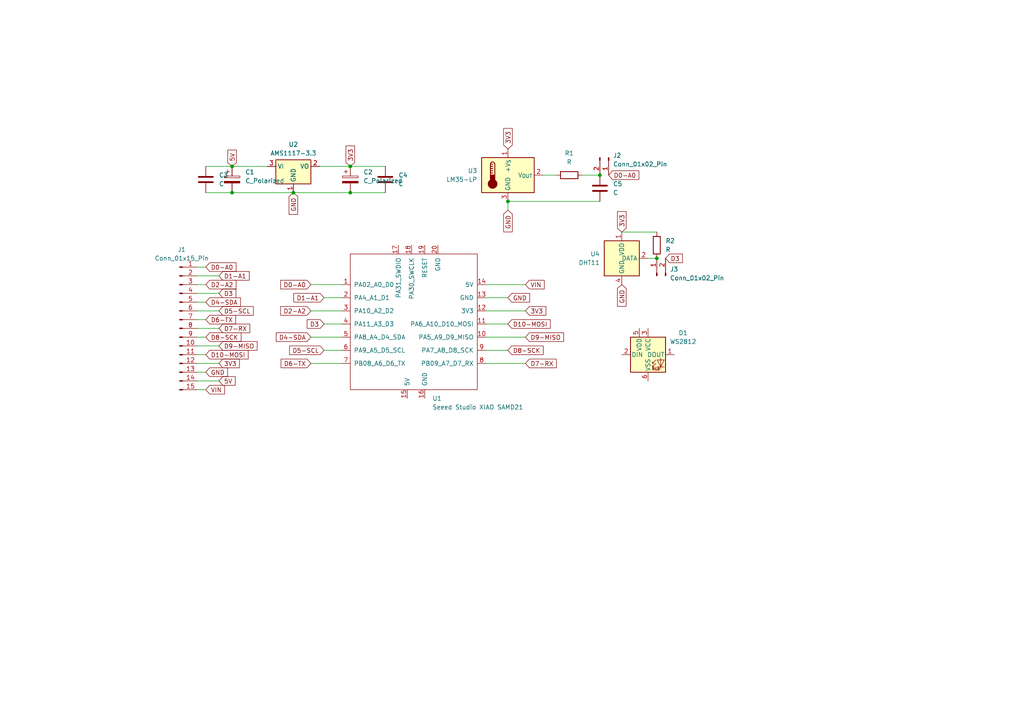
<source format=kicad_sch>
(kicad_sch (version 20231120) (generator "eeschema") (generator_version "8.0")
  (paper "A4")
  (lib_symbols
    (symbol "Connector:Conn_01x02_Pin" (pin_names (offset 1.016) hide)
      (property "Reference" "J" (at 0 2.54 0))
      (property "Value" "Conn_01x02_Pin" (at 0 -5.08 0))
      (symbol "Conn_01x02_Pin_1_1"
        (polyline (pts (xy 1.27 -2.54) (xy 0.8636 -2.54)) (stroke (width 0.1524)))
        (polyline (pts (xy 1.27 0) (xy 0.8636 0)) (stroke (width 0.1524)))
        (rectangle (start 0.8636 -2.413) (end 0 -2.667) (stroke (width 0.1524)) (fill (type outline)))
        (rectangle (start 0.8636 0.127) (end 0 -0.127) (stroke (width 0.1524)) (fill (type outline)))
        (pin passive line (at 5.08 0 180) (length 3.81) (name "Pin_1") (number "1"))
        (pin passive line (at 5.08 -2.54 180) (length 3.81) (name "Pin_2") (number "2"))
      )
    )
    (symbol "Connector:Conn_01x15_Pin" (pin_names (offset 1.016) hide)
      (property "Reference" "J" (at 0 20.32 0))
      (property "Value" "Conn_01x15_Pin" (at 0 -20.32 0))
      (symbol "Conn_01x15_Pin_1_1"
        (polyline (pts (xy 1.27 -17.78) (xy 0.8636 -17.78)) (stroke (width 0.1524)))
        (polyline (pts (xy 1.27 -15.24) (xy 0.8636 -15.24)) (stroke (width 0.1524)))
        (polyline (pts (xy 1.27 -12.7) (xy 0.8636 -12.7)) (stroke (width 0.1524)))
        (polyline (pts (xy 1.27 -10.16) (xy 0.8636 -10.16)) (stroke (width 0.1524)))
        (polyline (pts (xy 1.27 -7.62) (xy 0.8636 -7.62)) (stroke (width 0.1524)))
        (polyline (pts (xy 1.27 -5.08) (xy 0.8636 -5.08)) (stroke (width 0.1524)))
        (polyline (pts (xy 1.27 -2.54) (xy 0.8636 -2.54)) (stroke (width 0.1524)))
        (polyline (pts (xy 1.27 0) (xy 0.8636 0)) (stroke (width 0.1524)))
        (polyline (pts (xy 1.27 2.54) (xy 0.8636 2.54)) (stroke (width 0.1524)))
        (polyline (pts (xy 1.27 5.08) (xy 0.8636 5.08)) (stroke (width 0.1524)))
        (polyline (pts (xy 1.27 7.62) (xy 0.8636 7.62)) (stroke (width 0.1524)))
        (polyline (pts (xy 1.27 10.16) (xy 0.8636 10.16)) (stroke (width 0.1524)))
        (polyline (pts (xy 1.27 12.7) (xy 0.8636 12.7)) (stroke (width 0.1524)))
        (polyline (pts (xy 1.27 15.24) (xy 0.8636 15.24)) (stroke (width 0.1524)))
        (polyline (pts (xy 1.27 17.78) (xy 0.8636 17.78)) (stroke (width 0.1524)))
        (rectangle (start 0.8636 -17.653) (end 0 -17.907) (stroke (width 0.1524)) (fill (type outline)))
        (rectangle (start 0.8636 -15.113) (end 0 -15.367) (stroke (width 0.1524)) (fill (type outline)))
        (rectangle (start 0.8636 -12.573) (end 0 -12.827) (stroke (width 0.1524)) (fill (type outline)))
        (rectangle (start 0.8636 -10.033) (end 0 -10.287) (stroke (width 0.1524)) (fill (type outline)))
        (rectangle (start 0.8636 -7.493) (end 0 -7.747) (stroke (width 0.1524)) (fill (type outline)))
        (rectangle (start 0.8636 -4.953) (end 0 -5.207) (stroke (width 0.1524)) (fill (type outline)))
        (rectangle (start 0.8636 -2.413) (end 0 -2.667) (stroke (width 0.1524)) (fill (type outline)))
        (rectangle (start 0.8636 0.127) (end 0 -0.127) (stroke (width 0.1524)) (fill (type outline)))
        (rectangle (start 0.8636 2.667) (end 0 2.413) (stroke (width 0.1524)) (fill (type outline)))
        (rectangle (start 0.8636 5.207) (end 0 4.953) (stroke (width 0.1524)) (fill (type outline)))
        (rectangle (start 0.8636 7.747) (end 0 7.493) (stroke (width 0.1524)) (fill (type outline)))
        (rectangle (start 0.8636 10.287) (end 0 10.033) (stroke (width 0.1524)) (fill (type outline)))
        (rectangle (start 0.8636 12.827) (end 0 12.573) (stroke (width 0.1524)) (fill (type outline)))
        (rectangle (start 0.8636 15.367) (end 0 15.113) (stroke (width 0.1524)) (fill (type outline)))
        (rectangle (start 0.8636 17.907) (end 0 17.653) (stroke (width 0.1524)) (fill (type outline)))
        (pin passive line (at 5.08 17.78 180) (length 3.81) (name "Pin_1") (number "1"))
        (pin passive line (at 5.08 -5.08 180) (length 3.81) (name "Pin_10") (number "10"))
        (pin passive line (at 5.08 -7.62 180) (length 3.81) (name "Pin_11") (number "11"))
        (pin passive line (at 5.08 -10.16 180) (length 3.81) (name "Pin_12") (number "12"))
        (pin passive line (at 5.08 -12.7 180) (length 3.81) (name "Pin_13") (number "13"))
        (pin passive line (at 5.08 -15.24 180) (length 3.81) (name "Pin_14") (number "14"))
        (pin passive line (at 5.08 -17.78 180) (length 3.81) (name "Pin_15") (number "15"))
        (pin passive line (at 5.08 15.24 180) (length 3.81) (name "Pin_2") (number "2"))
        (pin passive line (at 5.08 12.7 180) (length 3.81) (name "Pin_3") (number "3"))
        (pin passive line (at 5.08 10.16 180) (length 3.81) (name "Pin_4") (number "4"))
        (pin passive line (at 5.08 7.62 180) (length 3.81) (name "Pin_5") (number "5"))
        (pin passive line (at 5.08 5.08 180) (length 3.81) (name "Pin_6") (number "6"))
        (pin passive line (at 5.08 2.54 180) (length 3.81) (name "Pin_7") (number "7"))
        (pin passive line (at 5.08 0 180) (length 3.81) (name "Pin_8") (number "8"))
        (pin passive line (at 5.08 -2.54 180) (length 3.81) (name "Pin_9") (number "9"))
      )
    )
    (symbol "Device:C" (pin_numbers hide) (pin_names (offset 0.254))
      (property "Reference" "C" (at 0.635 2.54 0))
      (property "Value" "C" (at 0.635 -2.54 0))
      (symbol "C_0_1"
        (polyline (pts (xy -2.032 -0.762) (xy 2.032 -0.762)) (stroke (width 0.508)))
        (polyline (pts (xy -2.032 0.762) (xy 2.032 0.762)) (stroke (width 0.508)))
      )
      (symbol "C_1_1"
        (pin passive line (at 0 3.81 270) (length 2.794) (name "~") (number "1"))
        (pin passive line (at 0 -3.81 90) (length 2.794) (name "~") (number "2"))
      )
    )
    (symbol "Device:C_Polarized" (pin_numbers hide) (pin_names (offset 0.254))
      (property "Reference" "C" (at 0.635 2.54 0))
      (property "Value" "C_Polarized" (at 0.635 -2.54 0))
      (symbol "C_Polarized_0_1"
        (rectangle (start -2.286 0.508) (end 2.286 1.016))
        (polyline (pts (xy -1.778 2.286) (xy -0.762 2.286)))
        (polyline (pts (xy -1.27 2.794) (xy -1.27 1.778)))
        (rectangle (start 2.286 -0.508) (end -2.286 -1.016) (fill (type outline)))
      )
      (symbol "C_Polarized_1_1"
        (pin passive line (at 0 3.81 270) (length 2.794) (name "~") (number "1"))
        (pin passive line (at 0 -3.81 90) (length 2.794) (name "~") (number "2"))
      )
    )
    (symbol "Device:R" (pin_numbers hide) (pin_names (offset 0))
      (property "Reference" "R" (at 2.032 0 90))
      (property "Value" "R" (at 0 0 90))
      (symbol "R_0_1"
        (rectangle (start -1.016 -2.54) (end 1.016 2.54) (stroke (width 0.254)))
      )
      (symbol "R_1_1"
        (pin passive line (at 0 3.81 270) (length 1.27) (name "~") (number "1"))
        (pin passive line (at 0 -3.81 90) (length 1.27) (name "~") (number "2"))
      )
    )
    (symbol "LED:WS2812" (pin_names (offset 0.254))
      (property "Reference" "D" (at 5.08 5.715 0))
      (property "Value" "WS2812" (at 1.27 -5.715 0))
      (symbol "WS2812_0_0"
        (text "RGB" (at 2.286 -4.191 0) (effects (font (size 0.762 0.762))))
      )
      (symbol "WS2812_0_1"
        (polyline (pts (xy 1.27 -3.556) (xy 1.778 -3.556)))
        (polyline (pts (xy 1.27 -2.54) (xy 1.778 -2.54)))
        (polyline (pts (xy 4.699 -3.556) (xy 2.667 -3.556)))
        (polyline (pts (xy 2.286 -2.54) (xy 1.27 -3.556) (xy 1.27 -3.048)))
        (polyline (pts (xy 2.286 -1.524) (xy 1.27 -2.54) (xy 1.27 -2.032)))
        (polyline (pts (xy 3.683 -1.016) (xy 3.683 -3.556) (xy 3.683 -4.064)))
        (polyline (pts (xy 4.699 -1.524) (xy 2.667 -1.524) (xy 3.683 -3.556) (xy 4.699 -1.524)))
        (rectangle (start 5.08 5.08) (end -5.08 -5.08) (stroke (width 0.254)) (fill (type background)))
      )
      (symbol "WS2812_1_1"
        (pin output line (at 7.62 0 180) (length 2.54) (name "DOUT") (number "1"))
        (pin input line (at -7.62 0 0) (length 2.54) (name "DIN") (number "2"))
        (pin power_in line (at 0 7.62 270) (length 2.54) (name "VCC") (number "3"))
        (pin no_connect line (at 5.08 2.54 180) (length 2.54) hide (name "NC") (number "4"))
        (pin power_in line (at -2.54 7.62 270) (length 2.54) (name "VDD") (number "5"))
        (pin power_in line (at 0 -7.62 90) (length 2.54) (name "VSS") (number "6"))
      )
    )
    (symbol "Regulator_Linear:AMS1117-3.3"
      (property "Reference" "U" (at -3.81 3.175 0))
      (property "Value" "AMS1117-3.3" (at 0 3.175 0))
      (symbol "AMS1117-3.3_0_1"
        (rectangle (start -5.08 -5.08) (end 5.08 1.905) (stroke (width 0.254)) (fill (type background)))
      )
      (symbol "AMS1117-3.3_1_1"
        (pin power_in line (at 0 -7.62 90) (length 2.54) (name "GND") (number "1"))
        (pin power_out line (at 7.62 0 180) (length 2.54) (name "VO") (number "2"))
        (pin power_in line (at -7.62 0 0) (length 2.54) (name "VI") (number "3"))
      )
    )
    (symbol "Seeed_Studio_XIAO_Series:Seeed Studio XIAO SAMD21" (pin_names (offset 1.016))
      (property "Reference" "U" (at -19.05 22.86 0))
      (property "Value" "Seeed Studio XIAO SAMD21" (at -12.7 21.59 0))
      (symbol "Seeed Studio XIAO SAMD21_0_1"
        (rectangle (start -19.05 20.32) (end 17.78 -19.05))
      )
      (symbol "Seeed Studio XIAO SAMD21_1_1"
        (pin unspecified line (at -21.59 11.43 0) (length 2.54) (name "PA02_A0_D0") (number "1"))
        (pin unspecified line (at 20.32 -3.81 180) (length 2.54) (name "PA5_A9_D9_MISO") (number "10"))
        (pin unspecified line (at 20.32 0 180) (length 2.54) (name "PA6_A10_D10_MOSI") (number "11"))
        (pin unspecified line (at 20.32 3.81 180) (length 2.54) (name "3V3") (number "12"))
        (pin unspecified line (at 20.32 7.62 180) (length 2.54) (name "GND") (number "13"))
        (pin unspecified line (at 20.32 11.43 180) (length 2.54) (name "5V") (number "14"))
        (pin input line (at -2.54 -21.59 90) (length 2.54) (name "5V") (number "15"))
        (pin input line (at 2.54 -21.59 90) (length 2.54) (name "GND") (number "16"))
        (pin input line (at -5.08 22.86 270) (length 2.54) (name "PA31_SWDIO") (number "17"))
        (pin input line (at -1.27 22.86 270) (length 2.54) (name "PA30_SWCLK") (number "18"))
        (pin input line (at 2.54 22.86 270) (length 2.54) (name "RESET") (number "19"))
        (pin unspecified line (at -21.59 7.62 0) (length 2.54) (name "PA4_A1_D1") (number "2"))
        (pin input line (at 6.35 22.86 270) (length 2.54) (name "GND") (number "20"))
        (pin unspecified line (at -21.59 3.81 0) (length 2.54) (name "PA10_A2_D2") (number "3"))
        (pin unspecified line (at -21.59 0 0) (length 2.54) (name "PA11_A3_D3") (number "4"))
        (pin unspecified line (at -21.59 -3.81 0) (length 2.54) (name "PA8_A4_D4_SDA") (number "5"))
        (pin unspecified line (at -21.59 -7.62 0) (length 2.54) (name "PA9_A5_D5_SCL") (number "6"))
        (pin unspecified line (at -21.59 -11.43 0) (length 2.54) (name "PB08_A6_D6_TX") (number "7"))
        (pin unspecified line (at 20.32 -11.43 180) (length 2.54) (name "PB09_A7_D7_RX") (number "8"))
        (pin unspecified line (at 20.32 -7.62 180) (length 2.54) (name "PA7_A8_D8_SCK") (number "9"))
      )
    )
    (symbol "Sensor:DHT11"
      (property "Reference" "U" (at -3.81 6.35 0))
      (property "Value" "DHT11" (at 3.81 6.35 0))
      (symbol "DHT11_0_1"
        (rectangle (start -5.08 5.08) (end 5.08 -5.08) (stroke (width 0.254)) (fill (type background)))
      )
      (symbol "DHT11_1_1"
        (pin power_in line (at 0 7.62 270) (length 2.54) (name "VDD") (number "1"))
        (pin bidirectional line (at 7.62 0 180) (length 2.54) (name "DATA") (number "2"))
        (pin no_connect line (at -5.08 0 0) (length 2.54) hide (name "NC") (number "3"))
        (pin power_in line (at 0 -7.62 90) (length 2.54) (name "GND") (number "4"))
      )
    )
    (symbol "Sensor_Temperature:LM35-LP"
      (property "Reference" "U" (at -6.35 6.35 0))
      (property "Value" "LM35-LP" (at 1.27 6.35 0))
      (symbol "LM35-LP_0_1"
        (rectangle (start -7.62 5.08) (end 7.62 -5.08) (stroke (width 0.254)) (fill (type background)))
        (circle (center -4.445 -2.54) (radius 1.27) (stroke (width 0.254)) (fill (type outline)))
        (rectangle (start -3.81 -1.905) (end -5.08 0) (stroke (width 0.254)) (fill (type outline)))
        (arc (start -3.81 3.175) (mid -4.445 3.8073) (end -5.08 3.175) (stroke (width 0.254)))
        (polyline (pts (xy -5.08 0.635) (xy -4.445 0.635)) (stroke (width 0.254)))
        (polyline (pts (xy -5.08 1.27) (xy -4.445 1.27)) (stroke (width 0.254)))
        (polyline (pts (xy -5.08 1.905) (xy -4.445 1.905)) (stroke (width 0.254)))
        (polyline (pts (xy -5.08 2.54) (xy -4.445 2.54)) (stroke (width 0.254)))
        (polyline (pts (xy -5.08 3.175) (xy -5.08 0)) (stroke (width 0.254)))
        (polyline (pts (xy -5.08 3.175) (xy -4.445 3.175)) (stroke (width 0.254)))
        (polyline (pts (xy -3.81 3.175) (xy -3.81 0)) (stroke (width 0.254)))
      )
      (symbol "LM35-LP_1_1"
        (pin power_in line (at 0 7.62 270) (length 2.54) (name "+V_{S}") (number "1"))
        (pin output line (at 10.16 0 180) (length 2.54) (name "V_{OUT}") (number "2"))
        (pin power_in line (at 0 -7.62 90) (length 2.54) (name "GND") (number "3"))
      )
    )
  )
  (junction (at 101.6 55.88))
  (junction (at 190.5 74.93))
  (junction (at 147.32 58.42))
  (junction (at 173.99 50.8))
  (junction (at 101.6 48.26))
  (junction (at 67.31 48.26))
  (junction (at 67.31 55.88))
  (junction (at 85.09 55.88))
  (wire (pts (xy 93.98 93.98) (xy 99.06 93.98)))
  (wire (pts (xy 57.15 107.95) (xy 59.69 107.95)))
  (wire (pts (xy 101.6 48.26) (xy 111.76 48.26)))
  (wire (pts (xy 57.15 95.25) (xy 63.5 95.25)))
  (wire (pts (xy 101.6 55.88) (xy 111.76 55.88)))
  (wire (pts (xy 140.97 97.79) (xy 152.4 97.79)))
  (wire (pts (xy 147.32 58.42) (xy 173.99 58.42)))
  (wire (pts (xy 187.96 74.93) (xy 190.5 74.93)))
  (wire (pts (xy 90.17 105.41) (xy 99.06 105.41)))
  (wire (pts (xy 140.97 93.98) (xy 147.32 93.98)))
  (wire (pts (xy 90.17 97.79) (xy 99.06 97.79)))
  (wire (pts (xy 168.91 50.8) (xy 173.99 50.8)))
  (wire (pts (xy 57.15 77.47) (xy 59.69 77.47)))
  (wire (pts (xy 93.98 86.36) (xy 99.06 86.36)))
  (wire (pts (xy 57.15 102.87) (xy 59.69 102.87)))
  (wire (pts (xy 57.15 87.63) (xy 59.69 87.63)))
  (wire (pts (xy 140.97 86.36) (xy 147.32 86.36)))
  (wire (pts (xy 180.34 67.31) (xy 190.5 67.31)))
  (wire (pts (xy 67.31 48.26) (xy 77.47 48.26)))
  (wire (pts (xy 157.48 50.8) (xy 161.29 50.8)))
  (wire (pts (xy 140.97 101.6) (xy 147.32 101.6)))
  (wire (pts (xy 92.71 48.26) (xy 101.6 48.26)))
  (wire (pts (xy 147.32 60.96) (xy 147.32 58.42)))
  (wire (pts (xy 57.15 100.33) (xy 63.5 100.33)))
  (wire (pts (xy 57.15 105.41) (xy 63.5 105.41)))
  (wire (pts (xy 57.15 90.17) (xy 63.5 90.17)))
  (wire (pts (xy 93.98 101.6) (xy 99.06 101.6)))
  (wire (pts (xy 85.09 55.88) (xy 101.6 55.88)))
  (wire (pts (xy 57.15 97.79) (xy 59.69 97.79)))
  (wire (pts (xy 59.69 55.88) (xy 67.31 55.88)))
  (wire (pts (xy 140.97 82.55) (xy 152.4 82.55)))
  (wire (pts (xy 57.15 110.49) (xy 63.5 110.49)))
  (wire (pts (xy 57.15 113.03) (xy 59.69 113.03)))
  (wire (pts (xy 57.15 92.71) (xy 59.69 92.71)))
  (wire (pts (xy 90.17 90.17) (xy 99.06 90.17)))
  (wire (pts (xy 140.97 105.41) (xy 152.4 105.41)))
  (wire (pts (xy 140.97 90.17) (xy 152.4 90.17)))
  (wire (pts (xy 90.17 82.55) (xy 99.06 82.55)))
  (wire (pts (xy 57.15 82.55) (xy 59.69 82.55)))
  (wire (pts (xy 57.15 80.01) (xy 63.5 80.01)))
  (wire (pts (xy 57.15 85.09) (xy 63.5 85.09)))
  (wire (pts (xy 67.31 55.88) (xy 85.09 55.88)))
  (wire (pts (xy 59.69 48.26) (xy 67.31 48.26)))
  (global_label "3V3" (shape input) (at 101.6 48.26 90) (property "Intersheetrefs" "${INTERSHEET_REFS}" (effects (hide yes))))
  (global_label "GND" (shape input) (at 147.32 60.96 270) (property "Intersheetrefs" "${INTERSHEET_REFS}" (effects (hide yes))))
  (global_label "D6-TX" (shape input) (at 59.69 92.71 0) (property "Intersheetrefs" "${INTERSHEET_REFS}" (effects (hide yes))))
  (global_label "D2-A2" (shape input) (at 59.69 82.55 0) (property "Intersheetrefs" "${INTERSHEET_REFS}" (effects (hide yes))))
  (global_label "D4-SDA" (shape input) (at 90.17 97.79 180) (property "Intersheetrefs" "${INTERSHEET_REFS}" (effects (hide yes))))
  (global_label "D8-SCK" (shape input) (at 147.32 101.6 0) (property "Intersheetrefs" "${INTERSHEET_REFS}" (effects (hide yes))))
  (global_label "D10-MOSI" (shape input) (at 147.32 93.98 0) (property "Intersheetrefs" "${INTERSHEET_REFS}" (effects (hide yes))))
  (global_label "D5-SCL" (shape input) (at 63.5 90.17 0) (property "Intersheetrefs" "${INTERSHEET_REFS}" (effects (hide yes))))
  (global_label "D0-A0" (shape input) (at 59.69 77.47 0) (property "Intersheetrefs" "${INTERSHEET_REFS}" (effects (hide yes))))
  (global_label "5V" (shape input) (at 63.5 110.49 0) (property "Intersheetrefs" "${INTERSHEET_REFS}" (effects (hide yes))))
  (global_label "D6-TX" (shape input) (at 90.17 105.41 180) (property "Intersheetrefs" "${INTERSHEET_REFS}" (effects (hide yes))))
  (global_label "D1-A1" (shape input) (at 93.98 86.36 180) (property "Intersheetrefs" "${INTERSHEET_REFS}" (effects (hide yes))))
  (global_label "GND" (shape input) (at 147.32 86.36 0) (property "Intersheetrefs" "${INTERSHEET_REFS}" (effects (hide yes))))
  (global_label "5V" (shape input) (at 67.31 48.26 90) (property "Intersheetrefs" "${INTERSHEET_REFS}" (effects (hide yes))))
  (global_label "D3" (shape input) (at 93.98 93.98 180) (property "Intersheetrefs" "${INTERSHEET_REFS}" (effects (hide yes))))
  (global_label "D4-SDA" (shape input) (at 59.69 87.63 0) (property "Intersheetrefs" "${INTERSHEET_REFS}" (effects (hide yes))))
  (global_label "D8-SCK" (shape input) (at 59.69 97.79 0) (property "Intersheetrefs" "${INTERSHEET_REFS}" (effects (hide yes))))
  (global_label "GND" (shape input) (at 85.09 55.88 270) (property "Intersheetrefs" "${INTERSHEET_REFS}" (effects (hide yes))))
  (global_label "D0-A0" (shape input) (at 90.17 82.55 180) (property "Intersheetrefs" "${INTERSHEET_REFS}" (effects (hide yes))))
  (global_label "D3" (shape input) (at 193.04 74.93 0) (property "Intersheetrefs" "${INTERSHEET_REFS}" (effects (hide yes))))
  (global_label "VIN" (shape input) (at 59.69 113.03 0) (property "Intersheetrefs" "${INTERSHEET_REFS}" (effects (hide yes))))
  (global_label "D7-RX" (shape input) (at 63.5 95.25 0) (property "Intersheetrefs" "${INTERSHEET_REFS}" (effects (hide yes))))
  (global_label "D1-A1" (shape input) (at 63.5 80.01 0) (property "Intersheetrefs" "${INTERSHEET_REFS}" (effects (hide yes))))
  (global_label "D5-SCL" (shape input) (at 93.98 101.6 180) (property "Intersheetrefs" "${INTERSHEET_REFS}" (effects (hide yes))))
  (global_label "D9-MISO" (shape input) (at 63.5 100.33 0) (property "Intersheetrefs" "${INTERSHEET_REFS}" (effects (hide yes))))
  (global_label "D7-RX" (shape input) (at 152.4 105.41 0) (property "Intersheetrefs" "${INTERSHEET_REFS}" (effects (hide yes))))
  (global_label "D2-A2" (shape input) (at 90.17 90.17 180) (property "Intersheetrefs" "${INTERSHEET_REFS}" (effects (hide yes))))
  (global_label "3V3" (shape input) (at 152.4 90.17 0) (property "Intersheetrefs" "${INTERSHEET_REFS}" (effects (hide yes))))
  (global_label "D10-MOSI" (shape input) (at 59.69 102.87 0) (property "Intersheetrefs" "${INTERSHEET_REFS}" (effects (hide yes))))
  (global_label "GND" (shape input) (at 180.34 82.55 270) (property "Intersheetrefs" "${INTERSHEET_REFS}" (effects (hide yes))))
  (global_label "3V3" (shape input) (at 147.32 43.18 90) (property "Intersheetrefs" "${INTERSHEET_REFS}" (effects (hide yes))))
  (global_label "D9-MISO" (shape input) (at 152.4 97.79 0) (property "Intersheetrefs" "${INTERSHEET_REFS}" (effects (hide yes))))
  (global_label "D0-A0" (shape input) (at 176.53 50.8 0) (property "Intersheetrefs" "${INTERSHEET_REFS}" (effects (hide yes))))
  (global_label "VIN" (shape input) (at 152.4 82.55 0) (property "Intersheetrefs" "${INTERSHEET_REFS}" (effects (hide yes))))
  (global_label "D3" (shape input) (at 63.5 85.09 0) (property "Intersheetrefs" "${INTERSHEET_REFS}" (effects (hide yes))))
  (global_label "3V3" (shape input) (at 63.5 105.41 0) (property "Intersheetrefs" "${INTERSHEET_REFS}" (effects (hide yes))))
  (global_label "GND" (shape input) (at 59.69 107.95 0) (property "Intersheetrefs" "${INTERSHEET_REFS}" (effects (hide yes))))
  (global_label "3V3" (shape input) (at 180.34 67.31 90) (property "Intersheetrefs" "${INTERSHEET_REFS}" (effects (hide yes))))
  (symbol (lib_id "Seeed_Studio_XIAO_Series:Seeed Studio XIAO SAMD21") (at 120.65 93.98 0) (unit 1)
    (property "Reference" "U1" (at 125.3841 115.57 0) (effects (justify left)))
    (property "Value" "Seeed Studio XIAO SAMD21" (at 125.3841 118.11 0) (effects (justify left)))
    (property "Footprint" "XIAO:Seeeduino XIAO-MOUDLE14P-2.54-21X17.8MM" (effects (hide yes)))
  )
  (symbol (lib_id "Device:C") (at 111.76 52.07 0) (unit 1)
    (property "Reference" "C4" (at 115.57 50.7999 0) (effects (justify left)))
    (property "Value" "C" (at 115.57 53.3399 0) (effects (justify left)))
    (property "Footprint" "Capacitor_SMD:C_0805_2012Metric" (effects (hide yes)))
    (property "Description" "Unpolarized capacitor" (effects (hide yes)))
  )
  (symbol (lib_id "Sensor:DHT11") (at 180.34 74.93 0) (unit 1)
    (property "Reference" "U4" (at 173.99 73.6599 0) (effects (justify right)))
    (property "Value" "DHT11" (at 173.99 76.1999 0) (effects (justify right)))
    (property "Footprint" "Sensor:Aosong_DHT11_5.5x12.0_P2.54mm" (effects (hide yes)))
    (property "Datasheet" "http://akizukidenshi.com/download/ds/aosong/DHT11.pdf" (effects (hide yes)))
    (property "Description" "3.3V to 5.5V, temperature and humidity module, DHT11" (effects (hide yes)))
  )
  (symbol (lib_id "Device:R") (at 190.5 71.12 180) (unit 1)
    (property "Reference" "R2" (at 193.04 69.8499 0) (effects (justify right)))
    (property "Value" "R" (at 193.04 72.3899 0) (effects (justify right)))
    (property "Footprint" "Resistor_SMD:R_0805_2012Metric" (effects (hide yes)))
    (property "Description" "Resistor" (effects (hide yes)))
  )
  (symbol (lib_id "Connector:Conn_01x02_Pin") (at 190.5 80.01 90) (unit 1)
    (property "Reference" "J3" (at 194.31 78.1049 90) (effects (justify right)))
    (property "Value" "Conn_01x02_Pin" (at 194.31 80.6449 90) (effects (justify right)))
    (property "Footprint" "Connector_PinHeader_2.54mm:PinHeader_1x02_P2.54mm_Vertical" (effects (hide yes)))
    (property "Description" "Generic connector, single row, 01x02, script generated" (effects (hide yes)))
  )
  (symbol (lib_id "Sensor_Temperature:LM35-LP") (at 147.32 50.8 0) (unit 1)
    (property "Reference" "U3" (at 138.43 49.5299 0) (effects (justify right)))
    (property "Value" "LM35-LP" (at 138.43 52.0699 0) (effects (justify right)))
    (property "Footprint" "Package_TO_SOT_THT:TO-92_Inline" (effects (hide yes)))
    (property "Datasheet" "http://www.ti.com/lit/ds/symlink/lm35.pdf" (effects (hide yes)))
    (property "Description" "Precision centigrade temperature sensor, TO-92" (effects (hide yes)))
  )
  (symbol (lib_id "Connector:Conn_01x02_Pin") (at 176.53 45.72 270) (unit 1)
    (property "Reference" "J2" (at 177.8 45.0849 90) (effects (justify left)))
    (property "Value" "Conn_01x02_Pin" (at 177.8 47.6249 90) (effects (justify left)))
    (property "Footprint" "Connector_PinHeader_2.54mm:PinHeader_1x02_P2.54mm_Vertical" (effects (hide yes)))
    (property "Description" "Generic connector, single row, 01x02, script generated" (effects (hide yes)))
  )
  (symbol (lib_id "Device:C_Polarized") (at 101.6 52.07 0) (unit 1)
    (property "Reference" "C2" (at 105.41 49.9109 0) (effects (justify left)))
    (property "Value" "C_Polarized" (at 105.41 52.4509 0) (effects (justify left)))
    (property "Footprint" "Capacitor_SMD:CP_Elec_4x5.4" (effects (hide yes)))
    (property "Description" "Polarized capacitor" (effects (hide yes)))
  )
  (symbol (lib_id "Device:C") (at 173.99 54.61 0) (unit 1)
    (property "Reference" "C5" (at 177.8 53.3399 0) (effects (justify left)))
    (property "Value" "C" (at 177.8 55.8799 0) (effects (justify left)))
    (property "Footprint" "Capacitor_SMD:C_0805_2012Metric" (effects (hide yes)))
    (property "Description" "Unpolarized capacitor" (effects (hide yes)))
  )
  (symbol (lib_id "LED:WS2812") (at 187.96 102.87 0) (unit 1)
    (property "Reference" "D1" (at 198.12 96.5514 0))
    (property "Value" "WS2812" (at 198.12 99.0914 0))
    (property "Footprint" "LED_SMD:LED_WS2812_PLCC6_5.0x5.0mm_P1.6mm" (effects (hide yes)))
    (property "Datasheet" "https://cdn-shop.adafruit.com/datasheets/WS2812.pdf" (effects (hide yes)))
    (property "Description" "RGB LED with integrated controller" (effects (hide yes)))
  )
  (symbol (lib_id "Connector:Conn_01x15_Pin") (at 52.07 95.25 0) (unit 1)
    (property "Reference" "J1" (at 52.705 72.39 0))
    (property "Value" "Conn_01x15_Pin" (at 52.705 74.93 0))
    (property "Footprint" "Connector_PinHeader_2.54mm:PinHeader_1x15_P2.54mm_Vertical" (effects (hide yes)))
    (property "Description" "Generic connector, single row, 01x15, script generated" (effects (hide yes)))
  )
  (symbol (lib_id "Device:R") (at 165.1 50.8 90) (unit 1)
    (property "Reference" "R1" (at 165.1 44.45 90))
    (property "Value" "R" (at 165.1 46.99 90))
    (property "Footprint" "Resistor_SMD:R_0805_2012Metric" (effects (hide yes)))
    (property "Description" "Resistor" (effects (hide yes)))
  )
  (symbol (lib_id "Device:C") (at 59.69 52.07 0) (unit 1)
    (property "Reference" "C3" (at 63.5 50.7999 0) (effects (justify left)))
    (property "Value" "C" (at 63.5 53.3399 0) (effects (justify left)))
    (property "Footprint" "Capacitor_SMD:C_0805_2012Metric" (effects (hide yes)))
    (property "Description" "Unpolarized capacitor" (effects (hide yes)))
  )
  (symbol (lib_id "Device:C_Polarized") (at 67.31 52.07 0) (unit 1)
    (property "Reference" "C1" (at 71.12 49.9109 0) (effects (justify left)))
    (property "Value" "C_Polarized" (at 71.12 52.4509 0) (effects (justify left)))
    (property "Footprint" "Capacitor_SMD:CP_Elec_4x5.4" (effects (hide yes)))
    (property "Description" "Polarized capacitor" (effects (hide yes)))
  )
  (symbol (lib_id "Regulator_Linear:AMS1117-3.3") (at 85.09 48.26 0) (unit 1)
    (property "Reference" "U2" (at 85.09 41.91 0))
    (property "Value" "AMS1117-3.3" (at 85.09 44.45 0))
    (property "Footprint" "Package_TO_SOT_SMD:SOT-223-3_TabPin2" (effects (hide yes)))
    (property "Datasheet" "http://www.advanced-monolithic.com/pdf/ds1117.pdf" (effects (hide yes)))
    (property "Description" "1A Low Dropout regulator, positive, 3.3V fixed output, SOT-223" (effects (hide yes)))
  )
)
</source>
